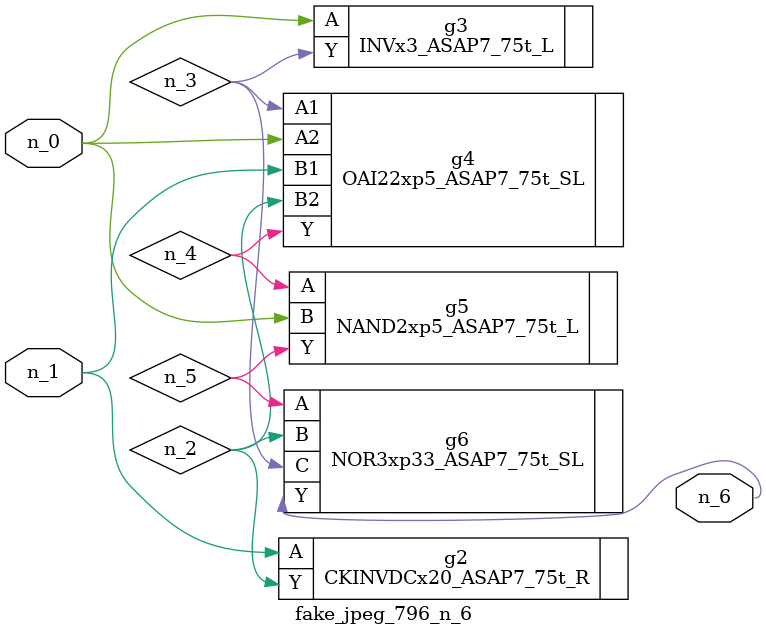
<source format=v>
module fake_jpeg_796_n_6 (n_0, n_1, n_6);

input n_0;
input n_1;

output n_6;

wire n_2;
wire n_3;
wire n_4;
wire n_5;

CKINVDCx20_ASAP7_75t_R g2 ( 
.A(n_1),
.Y(n_2)
);

INVx3_ASAP7_75t_L g3 ( 
.A(n_0),
.Y(n_3)
);

OAI22xp5_ASAP7_75t_SL g4 ( 
.A1(n_3),
.A2(n_0),
.B1(n_1),
.B2(n_2),
.Y(n_4)
);

NAND2xp5_ASAP7_75t_L g5 ( 
.A(n_4),
.B(n_0),
.Y(n_5)
);

NOR3xp33_ASAP7_75t_SL g6 ( 
.A(n_5),
.B(n_2),
.C(n_3),
.Y(n_6)
);


endmodule
</source>
